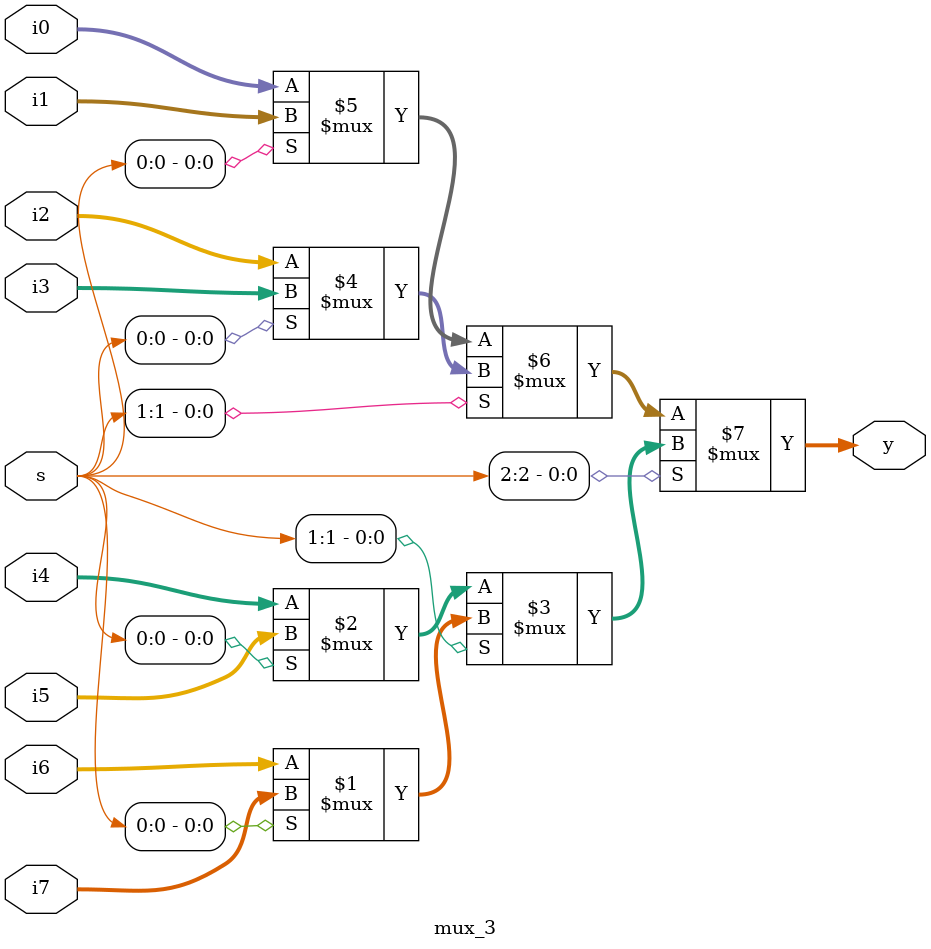
<source format=sv>
/****************************************************
** RISC-V_I_instr.sv
** Author: Sri Sai Sumanth,
** Version: 1.0
** Date: 11/21/2023
** Description: This file handles the I Type instructions and 3:1 Mux of 32 bit wide. 
** of a RISC-V Single Cycle Processor. (WIP)
****************************************************/



// `timescale 1ns / 1ps
`timescale 1ns / 1ns

module I_type(Instr_IO_cpu_sig.I_type_io_ports bus_i);


	logic [31:0] out0,out1,out2,out3,out4,out5,out6,out7;
	logic [2:0] sel;
    logic [31:0] tmp1;
    logic [11:0] tmp2;
	
	wire  [31:0] instr;
	wire signed [31:0] in1;
	logic signed [31:0] imm;
	wire [31:0] out;
	
	assign instr=bus_i.idata;
	assign in1=bus_i.rv1;
	assign imm=bus_i.imm;
	assign bus_i.regdata_I=out;
	
	
    assign tmp1 = unsigned'(in1);
    assign tmp2 = unsigned'(imm);
	assign sel= instr[14:12]; // selection for mux



assign out0=in1+imm; //addi
assign out1=in1<<imm[4:0]; //slli
assign out2=in1<imm; //slti
assign out3=tmp1<tmp2; //sltiu
assign out4=in1 ^ imm; //xori
assign out5=instr[30] ? in1>>imm[4:0] : in1>>>imm[4:0];   //srli || srai
assign out6=in1 | imm; //ori
assign out7=in1 & imm; //andi

mux_3 inst1 (sel,out0,out1,out2,out3,out4,out5,out6,out7,out);

endmodule : I_type



module mux_3(input logic [2:0] s, input logic [31:0] i0,i1,i2,i3,i4,i5,i6,i7, output logic [31:0] y);

assign y = s[2] ? (s[1] ? (s[0] ? i7 : i6) : (s[0] ? i5 : i4 )) : (s[1] ? (s[0] ? i3 : i2) : (s[0] ? i1 : i0));

endmodule : mux_3
</source>
